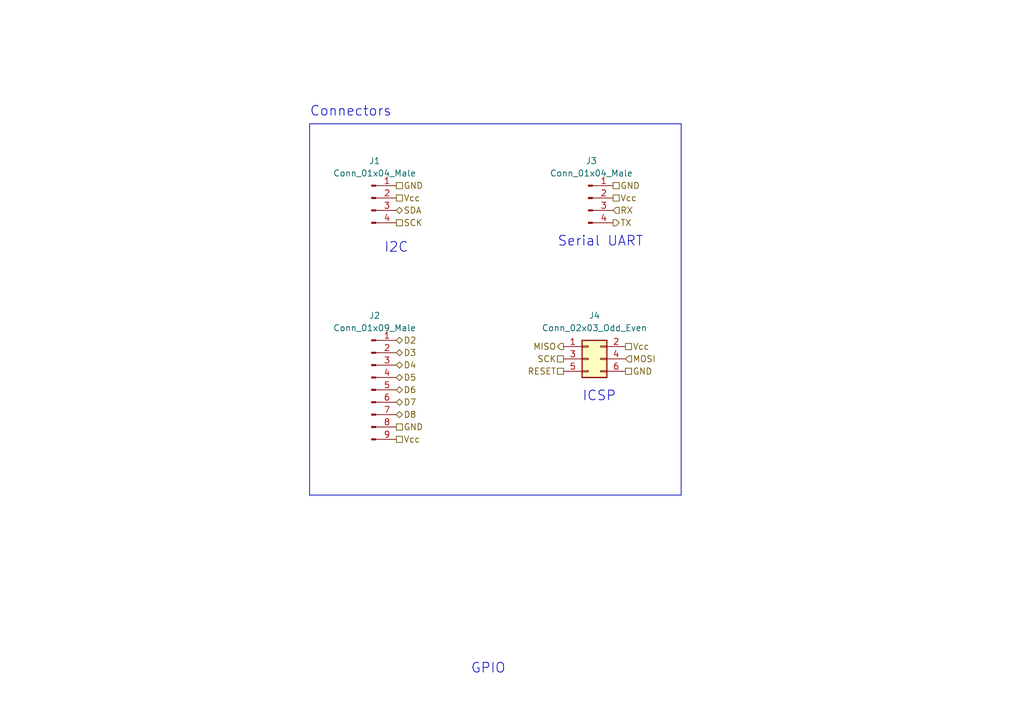
<source format=kicad_sch>
(kicad_sch (version 20211123) (generator eeschema)
  (paper "A5")
  (title_block (title "Connectors") (date "2022-05-12") (rev "${design_version}") (company "PC Soft War") (comment 1 "©2022 by P. CARDON"))
  (lib_symbols
    (symbol "Connector:Conn_01x04_Male" (pin_names (offset 1.016) hide)
      (property "Reference" "J" (at 0 5.08 0))
      (property "Value" "Conn_01x04_Male" (at 0 -7.62 0))
      (symbol "Conn_01x04_Male_1_1"
        (polyline (pts (xy 1.27 -5.08) (xy 0.8636 -5.08)) (stroke (width 0.1524)))
        (polyline (pts (xy 1.27 -2.54) (xy 0.8636 -2.54)) (stroke (width 0.1524)))
        (polyline (pts (xy 1.27 0) (xy 0.8636 0)) (stroke (width 0.1524)))
        (polyline (pts (xy 1.27 2.54) (xy 0.8636 2.54)) (stroke (width 0.1524)))
        (rectangle (start 0.8636 -4.953) (end 0 -5.207) (stroke (width 0.1524)) (fill (type outline)))
        (rectangle (start 0.8636 -2.413) (end 0 -2.667) (stroke (width 0.1524)) (fill (type outline)))
        (rectangle (start 0.8636 0.127) (end 0 -0.127) (stroke (width 0.1524)) (fill (type outline)))
        (rectangle (start 0.8636 2.667) (end 0 2.413) (stroke (width 0.1524)) (fill (type outline)))
        (pin passive line (at 5.08 2.54 180) (length 3.81) (name "Pin_1") (number "1"))
        (pin passive line (at 5.08 0 180) (length 3.81) (name "Pin_2") (number "2"))
        (pin passive line (at 5.08 -2.54 180) (length 3.81) (name "Pin_3") (number "3"))
        (pin passive line (at 5.08 -5.08 180) (length 3.81) (name "Pin_4") (number "4"))
      )
    )
    (symbol "Connector:Conn_01x09_Male" (pin_names (offset 1.016) hide)
      (property "Reference" "J" (at 0 12.7 0))
      (property "Value" "Conn_01x09_Male" (at 0 -12.7 0))
      (symbol "Conn_01x09_Male_1_1"
        (polyline (pts (xy 1.27 -10.16) (xy 0.8636 -10.16)) (stroke (width 0.1524)))
        (polyline (pts (xy 1.27 -7.62) (xy 0.8636 -7.62)) (stroke (width 0.1524)))
        (polyline (pts (xy 1.27 -5.08) (xy 0.8636 -5.08)) (stroke (width 0.1524)))
        (polyline (pts (xy 1.27 -2.54) (xy 0.8636 -2.54)) (stroke (width 0.1524)))
        (polyline (pts (xy 1.27 0) (xy 0.8636 0)) (stroke (width 0.1524)))
        (polyline (pts (xy 1.27 2.54) (xy 0.8636 2.54)) (stroke (width 0.1524)))
        (polyline (pts (xy 1.27 5.08) (xy 0.8636 5.08)) (stroke (width 0.1524)))
        (polyline (pts (xy 1.27 7.62) (xy 0.8636 7.62)) (stroke (width 0.1524)))
        (polyline (pts (xy 1.27 10.16) (xy 0.8636 10.16)) (stroke (width 0.1524)))
        (rectangle (start 0.8636 -10.033) (end 0 -10.287) (stroke (width 0.1524)) (fill (type outline)))
        (rectangle (start 0.8636 -7.493) (end 0 -7.747) (stroke (width 0.1524)) (fill (type outline)))
        (rectangle (start 0.8636 -4.953) (end 0 -5.207) (stroke (width 0.1524)) (fill (type outline)))
        (rectangle (start 0.8636 -2.413) (end 0 -2.667) (stroke (width 0.1524)) (fill (type outline)))
        (rectangle (start 0.8636 0.127) (end 0 -0.127) (stroke (width 0.1524)) (fill (type outline)))
        (rectangle (start 0.8636 2.667) (end 0 2.413) (stroke (width 0.1524)) (fill (type outline)))
        (rectangle (start 0.8636 5.207) (end 0 4.953) (stroke (width 0.1524)) (fill (type outline)))
        (rectangle (start 0.8636 7.747) (end 0 7.493) (stroke (width 0.1524)) (fill (type outline)))
        (rectangle (start 0.8636 10.287) (end 0 10.033) (stroke (width 0.1524)) (fill (type outline)))
        (pin passive line (at 5.08 10.16 180) (length 3.81) (name "Pin_1") (number "1"))
        (pin passive line (at 5.08 7.62 180) (length 3.81) (name "Pin_2") (number "2"))
        (pin passive line (at 5.08 5.08 180) (length 3.81) (name "Pin_3") (number "3"))
        (pin passive line (at 5.08 2.54 180) (length 3.81) (name "Pin_4") (number "4"))
        (pin passive line (at 5.08 0 180) (length 3.81) (name "Pin_5") (number "5"))
        (pin passive line (at 5.08 -2.54 180) (length 3.81) (name "Pin_6") (number "6"))
        (pin passive line (at 5.08 -5.08 180) (length 3.81) (name "Pin_7") (number "7"))
        (pin passive line (at 5.08 -7.62 180) (length 3.81) (name "Pin_8") (number "8"))
        (pin passive line (at 5.08 -10.16 180) (length 3.81) (name "Pin_9") (number "9"))
      )
    )
    (symbol "Connector_Generic:Conn_02x03_Odd_Even" (pin_names (offset 1.016) hide)
      (property "Reference" "J" (at 1.27 5.08 0))
      (property "Value" "Conn_02x03_Odd_Even" (at 1.27 -5.08 0))
      (symbol "Conn_02x03_Odd_Even_1_1"
        (rectangle (start -1.27 -2.413) (end 0 -2.667) (stroke (width 0.1524)))
        (rectangle (start -1.27 0.127) (end 0 -0.127) (stroke (width 0.1524)))
        (rectangle (start -1.27 2.667) (end 0 2.413) (stroke (width 0.1524)))
        (rectangle (start -1.27 3.81) (end 3.81 -3.81) (stroke (width 0.254)) (fill (type background)))
        (rectangle (start 3.81 -2.413) (end 2.54 -2.667) (stroke (width 0.1524)))
        (rectangle (start 3.81 0.127) (end 2.54 -0.127) (stroke (width 0.1524)))
        (rectangle (start 3.81 2.667) (end 2.54 2.413) (stroke (width 0.1524)))
        (pin passive line (at -5.08 2.54 0) (length 3.81) (name "Pin_1") (number "1"))
        (pin passive line (at 7.62 2.54 180) (length 3.81) (name "Pin_2") (number "2"))
        (pin passive line (at -5.08 0 0) (length 3.81) (name "Pin_3") (number "3"))
        (pin passive line (at 7.62 0 180) (length 3.81) (name "Pin_4") (number "4"))
        (pin passive line (at -5.08 -2.54 0) (length 3.81) (name "Pin_5") (number "5"))
        (pin passive line (at 7.62 -2.54 180) (length 3.81) (name "Pin_6") (number "6"))
      )
    )
  )
  (polyline (pts (xy 63.5 25.4) (xy 63.5 101.6)) (stroke (width 0) (type solid)))
  (polyline (pts (xy 63.5 101.6) (xy 63.5 101.6)))
  (polyline (pts (xy 139.7 25.4) (xy 139.7 101.6)) (stroke (width 0) (type solid)))
  (polyline (pts (xy 63.5 25.4) (xy 139.7 25.4)) (stroke (width 0) (type solid)))
  (polyline (pts (xy 63.5 101.6) (xy 139.7 101.6)) (stroke (width 0) (type solid)))
  (text "Connectors" (at 63.5 24.13 0) (effects (font (size 2 2)) (justify left bottom)))
  (text "I2C" (at 78.74 52.07 0) (effects (font (size 2 2)) (justify left bottom)))
  (text "Serial UART" (at 114.3 50.8 0) (effects (font (size 2 2)) (justify left bottom)))
  (text "GPIO" (at 96.52 138.43 0) (effects (font (size 2 2)) (justify left bottom)))
  (text "ICSP" (at 119.38 82.55 0) (effects (font (size 2 2)) (justify left bottom)))
  (hierarchical_label "GND" (shape passive) (at 81.28 87.63 0))
  (hierarchical_label "RX" (shape input) (at 125.73 43.18 0))
  (hierarchical_label "Vcc" (shape passive) (at 125.73 40.64 0))
  (hierarchical_label "SCK" (shape passive) (at 81.28 45.72 0))
  (hierarchical_label "D8" (shape bidirectional) (at 81.28 85.09 0))
  (hierarchical_label "SCK" (shape passive) (at 115.57 73.66 180))
  (hierarchical_label "D7" (shape bidirectional) (at 81.28 82.55 0))
  (hierarchical_label "GND" (shape passive) (at 125.73 38.1 0))
  (hierarchical_label "GND" (shape passive) (at 128.27 76.2 0))
  (hierarchical_label "D4" (shape bidirectional) (at 81.28 74.93 0))
  (hierarchical_label "D6" (shape bidirectional) (at 81.28 80.01 0))
  (hierarchical_label "RESET" (shape passive) (at 115.57 76.2 180))
  (hierarchical_label "D3" (shape bidirectional) (at 81.28 72.39 0))
  (hierarchical_label "MOSI" (shape input) (at 128.27 73.66 0))
  (hierarchical_label "Vcc" (shape passive) (at 81.28 90.17 0))
  (hierarchical_label "D2" (shape bidirectional) (at 81.28 69.85 0))
  (hierarchical_label "Vcc" (shape passive) (at 81.28 40.64 0))
  (hierarchical_label "D5" (shape bidirectional) (at 81.28 77.47 0))
  (hierarchical_label "MISO" (shape output) (at 115.57 71.12 180))
  (hierarchical_label "GND" (shape passive) (at 81.28 38.1 0))
  (hierarchical_label "SDA" (shape bidirectional) (at 81.28 43.18 0))
  (hierarchical_label "TX" (shape output) (at 125.73 45.72 0))
  (hierarchical_label "Vcc" (shape passive) (at 128.27 71.12 0))
  (symbol (lib_id "Connector_Generic:Conn_02x03_Odd_Even") (at 120.65 73.66 0) (unit 1)
    (property "Reference" "J4" (at 121.92 64.77 0))
    (property "Value" "Conn_02x03_Odd_Even" (at 121.92 67.31 0))
    (property "Footprint" "Connector_PinHeader_2.54mm:PinHeader_1x09_P2.54mm_Vertical" (effects hide))
  )
  (symbol (lib_id "Connector:Conn_01x04_Male") (at 76.2 40.64 0) (unit 1)
    (property "Reference" "J1" (at 76.835 33.02 0))
    (property "Value" "Conn_01x04_Male" (at 76.835 35.56 0))
    (property "Footprint" "Connector_PinHeader_2.54mm:PinHeader_1x04_P2.54mm_Vertical" (effects hide))
  )
  (symbol (lib_id "Connector:Conn_01x04_Male") (at 120.65 40.64 0) (unit 1)
    (property "Reference" "J3" (at 121.285 33.02 0))
    (property "Value" "Conn_01x04_Male" (at 121.285 35.56 0))
    (property "Footprint" "Connector_PinHeader_2.54mm:PinHeader_1x04_P2.54mm_Vertical" (effects hide))
  )
  (symbol (lib_id "Connector:Conn_01x09_Male") (at 76.2 80.01 0) (unit 1)
    (property "Reference" "J2" (at 76.835 64.77 0))
    (property "Value" "Conn_01x09_Male" (at 76.835 67.31 0))
    (property "Footprint" "Connector_PinHeader_2.54mm:PinHeader_1x09_P2.54mm_Vertical" (effects hide))
  )
)
</source>
